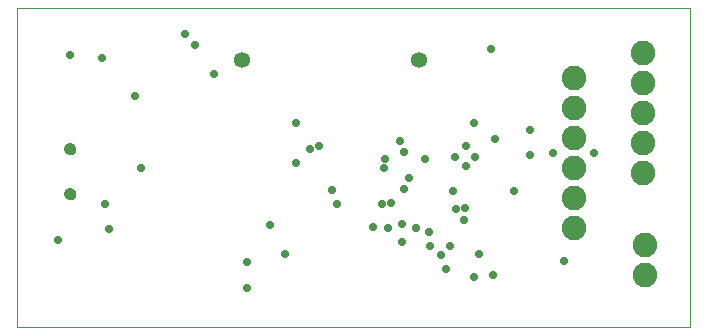
<source format=gbs>
G75*
G70*
%OFA0B0*%
%FSLAX24Y24*%
%IPPOS*%
%LPD*%
%AMOC8*
5,1,8,0,0,1.08239X$1,22.5*
%
%ADD10C,0.0000*%
%ADD11C,0.0415*%
%ADD12C,0.0535*%
%ADD13C,0.0820*%
%ADD14C,0.0280*%
D10*
X001213Y000274D02*
X001213Y010904D01*
X023654Y010904D01*
X023654Y000274D01*
X001213Y000274D01*
X002834Y004707D02*
X002836Y004732D01*
X002842Y004757D01*
X002851Y004781D01*
X002864Y004803D01*
X002881Y004823D01*
X002900Y004840D01*
X002921Y004854D01*
X002945Y004864D01*
X002969Y004871D01*
X002995Y004874D01*
X003020Y004873D01*
X003045Y004868D01*
X003069Y004859D01*
X003092Y004847D01*
X003112Y004832D01*
X003130Y004813D01*
X003145Y004792D01*
X003156Y004769D01*
X003164Y004745D01*
X003168Y004720D01*
X003168Y004694D01*
X003164Y004669D01*
X003156Y004645D01*
X003145Y004622D01*
X003130Y004601D01*
X003112Y004582D01*
X003092Y004567D01*
X003069Y004555D01*
X003045Y004546D01*
X003020Y004541D01*
X002995Y004540D01*
X002969Y004543D01*
X002945Y004550D01*
X002921Y004560D01*
X002900Y004574D01*
X002881Y004591D01*
X002864Y004611D01*
X002851Y004633D01*
X002842Y004657D01*
X002836Y004682D01*
X002834Y004707D01*
X002834Y006203D02*
X002836Y006228D01*
X002842Y006253D01*
X002851Y006277D01*
X002864Y006299D01*
X002881Y006319D01*
X002900Y006336D01*
X002921Y006350D01*
X002945Y006360D01*
X002969Y006367D01*
X002995Y006370D01*
X003020Y006369D01*
X003045Y006364D01*
X003069Y006355D01*
X003092Y006343D01*
X003112Y006328D01*
X003130Y006309D01*
X003145Y006288D01*
X003156Y006265D01*
X003164Y006241D01*
X003168Y006216D01*
X003168Y006190D01*
X003164Y006165D01*
X003156Y006141D01*
X003145Y006118D01*
X003130Y006097D01*
X003112Y006078D01*
X003092Y006063D01*
X003069Y006051D01*
X003045Y006042D01*
X003020Y006037D01*
X002995Y006036D01*
X002969Y006039D01*
X002945Y006046D01*
X002921Y006056D01*
X002900Y006070D01*
X002881Y006087D01*
X002864Y006107D01*
X002851Y006129D01*
X002842Y006153D01*
X002836Y006178D01*
X002834Y006203D01*
D11*
X003001Y006203D03*
X003001Y004707D03*
D12*
X008725Y009181D03*
X014632Y009162D03*
D13*
X019796Y008581D03*
X019796Y007581D03*
X019796Y006581D03*
X019796Y005581D03*
X019796Y004581D03*
X019796Y003581D03*
X022158Y003006D03*
X022158Y002006D03*
X022080Y005408D03*
X022080Y006408D03*
X022080Y007408D03*
X022080Y008408D03*
X022080Y009408D03*
D14*
X018310Y006839D03*
X017148Y006554D03*
X016459Y007085D03*
X016174Y006298D03*
X016489Y005943D03*
X016174Y005629D03*
X015820Y005943D03*
X014835Y005865D03*
X014127Y006101D03*
X013497Y005865D03*
X013467Y005560D03*
X014284Y005235D03*
X014107Y004861D03*
X013694Y004408D03*
X013379Y004369D03*
X014048Y003699D03*
X013576Y003581D03*
X013083Y003601D03*
X014048Y003109D03*
X014520Y003581D03*
X014944Y003443D03*
X014983Y002961D03*
X015347Y002676D03*
X015662Y002991D03*
X016607Y002715D03*
X015505Y002203D03*
X016440Y001928D03*
X017080Y002006D03*
X019442Y002459D03*
X016135Y003857D03*
X016144Y004231D03*
X015859Y004221D03*
X015761Y004812D03*
X017798Y004812D03*
X018310Y006022D03*
X019097Y006091D03*
X020465Y006091D03*
X017011Y009556D03*
X013999Y006485D03*
X011292Y006298D03*
X010977Y006219D03*
X010505Y005747D03*
X011715Y004851D03*
X011893Y004388D03*
X009648Y003660D03*
X010141Y002695D03*
X008871Y002430D03*
X008871Y001583D03*
X004274Y003542D03*
X004137Y004359D03*
X002581Y003178D03*
X005337Y005560D03*
X005150Y007971D03*
X004038Y009236D03*
X002975Y009354D03*
X006804Y010038D03*
X007158Y009684D03*
X007788Y008694D03*
X010505Y007085D03*
M02*

</source>
